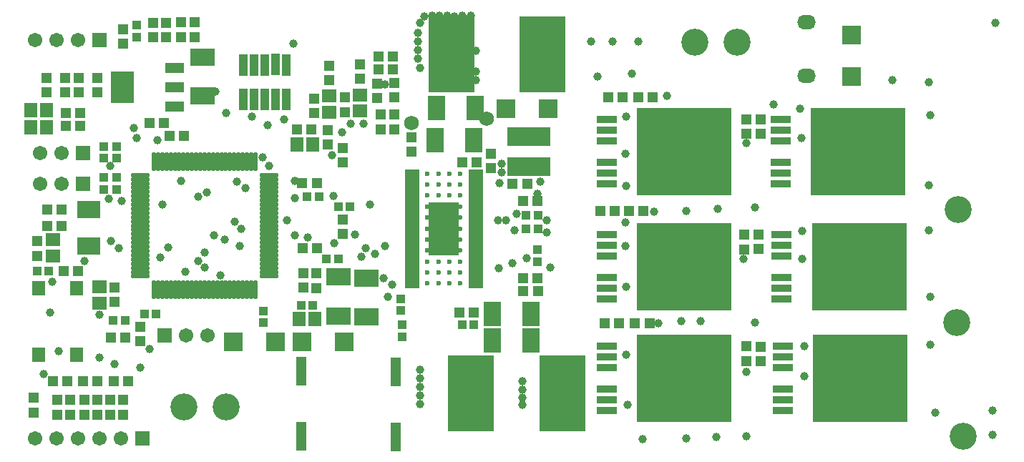
<source format=gts>
G04 Layer_Color=8388736*
%FSLAX25Y25*%
%MOIN*%
G70*
G01*
G75*
%ADD54C,0.02362*%
%ADD64R,0.14213X0.25000*%
%ADD65R,0.09796X0.03753*%
%ADD66R,0.44107X0.40544*%
%ADD67R,0.11430X0.08280*%
%ADD68R,0.04343X0.03950*%
%ADD69R,0.03950X0.04343*%
%ADD70R,0.05131X0.04737*%
%ADD71R,0.08280X0.11430*%
%ADD72R,0.20485X0.08674*%
%ADD73R,0.08674X0.08674*%
%ADD74R,0.04737X0.05131*%
%ADD75R,0.06902X0.01981*%
%ADD76R,0.06706X0.05918*%
%ADD77R,0.05918X0.06706*%
%ADD78R,0.04540X0.13398*%
%ADD79R,0.08674X0.04737*%
%ADD80R,0.10642X0.14579*%
%ADD81R,0.05918X0.06902*%
%ADD82R,0.11036X0.08280*%
%ADD83O,0.01981X0.09068*%
%ADD84O,0.09068X0.01981*%
%ADD85R,0.03950X0.10249*%
%ADD86R,0.21272X0.35249*%
%ADD87R,0.08674X0.08674*%
%ADD88R,0.06706X0.06706*%
%ADD89C,0.06706*%
%ADD90C,0.12611*%
%ADD91O,0.08674X0.06706*%
%ADD92C,0.06800*%
%ADD93C,0.03950*%
D54*
X364591Y303921D02*
D03*
Y319275D02*
D03*
Y314157D02*
D03*
Y309039D02*
D03*
Y298802D02*
D03*
Y293684D02*
D03*
Y288566D02*
D03*
Y283448D02*
D03*
Y278330D02*
D03*
Y273212D02*
D03*
Y268094D02*
D03*
X359472Y319275D02*
D03*
Y314157D02*
D03*
Y309039D02*
D03*
Y303921D02*
D03*
Y298802D02*
D03*
Y293684D02*
D03*
Y288566D02*
D03*
Y283448D02*
D03*
Y278330D02*
D03*
Y273212D02*
D03*
Y268094D02*
D03*
X354354Y319275D02*
D03*
Y314157D02*
D03*
Y309039D02*
D03*
Y303921D02*
D03*
Y298802D02*
D03*
Y293684D02*
D03*
Y288566D02*
D03*
Y283448D02*
D03*
Y278330D02*
D03*
Y273212D02*
D03*
Y268094D02*
D03*
X349236Y319275D02*
D03*
Y314157D02*
D03*
Y309039D02*
D03*
Y303921D02*
D03*
Y298802D02*
D03*
Y293684D02*
D03*
Y288566D02*
D03*
Y283448D02*
D03*
Y278330D02*
D03*
Y273212D02*
D03*
Y268094D02*
D03*
D64*
X357000Y293500D02*
D03*
D65*
X514780Y239000D02*
D03*
Y234000D02*
D03*
Y229000D02*
D03*
Y219000D02*
D03*
Y214000D02*
D03*
Y209000D02*
D03*
X514280Y291000D02*
D03*
Y286000D02*
D03*
Y281000D02*
D03*
Y271000D02*
D03*
Y266000D02*
D03*
Y261000D02*
D03*
X513779Y344500D02*
D03*
Y339500D02*
D03*
Y334500D02*
D03*
Y324500D02*
D03*
Y319500D02*
D03*
Y314500D02*
D03*
X432780Y344500D02*
D03*
Y339500D02*
D03*
Y334500D02*
D03*
Y324500D02*
D03*
Y319500D02*
D03*
Y314500D02*
D03*
Y291000D02*
D03*
Y286000D02*
D03*
Y281000D02*
D03*
Y271000D02*
D03*
Y266000D02*
D03*
Y261000D02*
D03*
Y239000D02*
D03*
Y234000D02*
D03*
Y229000D02*
D03*
Y219000D02*
D03*
Y214000D02*
D03*
Y209000D02*
D03*
D66*
X551000Y224000D02*
D03*
X550500Y276000D02*
D03*
X550000Y329500D02*
D03*
X469000D02*
D03*
Y276000D02*
D03*
Y224000D02*
D03*
D67*
X321000Y270610D02*
D03*
Y252500D02*
D03*
X308000Y253000D02*
D03*
Y271110D02*
D03*
X244500Y373610D02*
D03*
Y355500D02*
D03*
D68*
X337000Y261012D02*
D03*
Y255500D02*
D03*
X337500Y248756D02*
D03*
Y243244D02*
D03*
X400500Y283756D02*
D03*
Y278244D02*
D03*
X273000Y255256D02*
D03*
Y249744D02*
D03*
X204500Y311988D02*
D03*
Y317500D02*
D03*
X198500Y311988D02*
D03*
Y317500D02*
D03*
Y326500D02*
D03*
Y332012D02*
D03*
X204500Y326500D02*
D03*
Y332012D02*
D03*
X214000Y382988D02*
D03*
Y388500D02*
D03*
D69*
X365488Y249000D02*
D03*
X371000D02*
D03*
X395244Y293500D02*
D03*
X400756D02*
D03*
X395244Y300000D02*
D03*
X400756D02*
D03*
X293244Y308500D02*
D03*
X298756D02*
D03*
X313256Y304000D02*
D03*
X307744D02*
D03*
X307756Y279500D02*
D03*
X302244D02*
D03*
X290488Y258000D02*
D03*
X296000D02*
D03*
X217488Y254000D02*
D03*
X223000D02*
D03*
X208488Y251000D02*
D03*
X202976D02*
D03*
X173000Y274000D02*
D03*
X167488D02*
D03*
D70*
X364307Y254500D02*
D03*
X371000D02*
D03*
X394000Y264500D02*
D03*
X400693D02*
D03*
X400500Y270500D02*
D03*
X393807D02*
D03*
X400500Y306500D02*
D03*
X393807D02*
D03*
X395693Y314500D02*
D03*
X389000D02*
D03*
X372193Y324500D02*
D03*
X365500D02*
D03*
X333193Y368000D02*
D03*
X326500D02*
D03*
X333193Y374000D02*
D03*
X326500D02*
D03*
X288500Y340000D02*
D03*
X295193D02*
D03*
X297693Y315000D02*
D03*
X291000D02*
D03*
X298000Y284500D02*
D03*
X291307D02*
D03*
X209988Y222500D02*
D03*
X203295D02*
D03*
X195488D02*
D03*
X188795D02*
D03*
X181681D02*
D03*
X174988D02*
D03*
X201795Y243000D02*
D03*
X208488D02*
D03*
X186500Y274000D02*
D03*
X179807D02*
D03*
X179000Y295000D02*
D03*
X172307D02*
D03*
X187488Y341500D02*
D03*
X180795D02*
D03*
X187488Y347500D02*
D03*
X180795D02*
D03*
X179000Y302500D02*
D03*
X172307D02*
D03*
X236000Y337000D02*
D03*
X229307D02*
D03*
X219807Y343000D02*
D03*
X226500D02*
D03*
X446000Y249500D02*
D03*
X452693D02*
D03*
X431807D02*
D03*
X438500D02*
D03*
X443307Y302000D02*
D03*
X450000D02*
D03*
X436500D02*
D03*
X429807D02*
D03*
X447500Y355000D02*
D03*
X454193D02*
D03*
X433500D02*
D03*
X440193D02*
D03*
D71*
X397500Y241500D02*
D03*
X379390D02*
D03*
X397500Y254000D02*
D03*
X379390D02*
D03*
X371000Y335000D02*
D03*
X352890D02*
D03*
X371500Y350000D02*
D03*
X353390D02*
D03*
D72*
X396500Y322500D02*
D03*
Y336500D02*
D03*
D73*
X405500Y349500D02*
D03*
X386000D02*
D03*
X310500Y241000D02*
D03*
X291000D02*
D03*
X278500D02*
D03*
X259000D02*
D03*
D74*
X379000Y328500D02*
D03*
Y321807D02*
D03*
X342000Y336193D02*
D03*
Y329500D02*
D03*
X334000Y354807D02*
D03*
Y361500D02*
D03*
Y340000D02*
D03*
Y346693D02*
D03*
X327500D02*
D03*
Y340000D02*
D03*
X326000Y354500D02*
D03*
Y361193D02*
D03*
X318000Y363500D02*
D03*
Y370193D02*
D03*
X311000Y354693D02*
D03*
Y348000D02*
D03*
X303500Y362807D02*
D03*
Y369500D02*
D03*
X296500Y354193D02*
D03*
Y347500D02*
D03*
X303000Y339500D02*
D03*
Y332807D02*
D03*
X310000Y324500D02*
D03*
Y331193D02*
D03*
Y298000D02*
D03*
Y291307D02*
D03*
X297500Y272693D02*
D03*
Y266000D02*
D03*
X291500Y273000D02*
D03*
Y266307D02*
D03*
X215500Y241307D02*
D03*
Y248000D02*
D03*
X176988Y207000D02*
D03*
Y213693D02*
D03*
X182988Y207000D02*
D03*
Y213693D02*
D03*
X189488Y207000D02*
D03*
Y213693D02*
D03*
X195488Y207000D02*
D03*
Y213693D02*
D03*
X201488Y207000D02*
D03*
Y213693D02*
D03*
X207488Y207000D02*
D03*
Y213693D02*
D03*
X166000Y208000D02*
D03*
Y214693D02*
D03*
X203500Y266193D02*
D03*
Y259500D02*
D03*
X167500Y281000D02*
D03*
Y287693D02*
D03*
X241000Y383000D02*
D03*
Y389693D02*
D03*
X234500D02*
D03*
Y383000D02*
D03*
X227500Y382807D02*
D03*
Y389500D02*
D03*
X221500Y382807D02*
D03*
Y389500D02*
D03*
X207500Y379807D02*
D03*
Y386500D02*
D03*
X195488Y357307D02*
D03*
Y364000D02*
D03*
X186988D02*
D03*
Y357307D02*
D03*
X180488Y364000D02*
D03*
Y357307D02*
D03*
X171988D02*
D03*
Y364000D02*
D03*
X498000Y238693D02*
D03*
Y232000D02*
D03*
X504500Y231807D02*
D03*
Y238500D02*
D03*
X497000Y290693D02*
D03*
Y284000D02*
D03*
X503500Y284307D02*
D03*
Y291000D02*
D03*
X498000Y344500D02*
D03*
Y337807D02*
D03*
X504500D02*
D03*
Y344500D02*
D03*
D75*
X342236Y320074D02*
D03*
Y318106D02*
D03*
Y316137D02*
D03*
Y314169D02*
D03*
Y312200D02*
D03*
Y310232D02*
D03*
Y308263D02*
D03*
Y306295D02*
D03*
Y304327D02*
D03*
Y302358D02*
D03*
Y300390D02*
D03*
Y298421D02*
D03*
Y296452D02*
D03*
Y294484D02*
D03*
Y292516D02*
D03*
Y290547D02*
D03*
Y288579D02*
D03*
Y286610D02*
D03*
Y284642D02*
D03*
Y282673D02*
D03*
Y280705D02*
D03*
Y278736D02*
D03*
Y276768D02*
D03*
Y274799D02*
D03*
Y272831D02*
D03*
Y270862D02*
D03*
Y268894D02*
D03*
Y266925D02*
D03*
X371764D02*
D03*
X371736Y268894D02*
D03*
X371764Y270862D02*
D03*
Y272831D02*
D03*
Y274799D02*
D03*
Y276768D02*
D03*
Y278736D02*
D03*
Y280705D02*
D03*
Y282673D02*
D03*
Y284642D02*
D03*
Y286610D02*
D03*
Y288579D02*
D03*
Y290547D02*
D03*
Y292516D02*
D03*
Y294484D02*
D03*
Y296453D02*
D03*
Y298421D02*
D03*
Y300390D02*
D03*
Y302358D02*
D03*
Y304327D02*
D03*
Y306295D02*
D03*
Y308264D02*
D03*
Y310232D02*
D03*
Y312201D02*
D03*
Y314169D02*
D03*
Y316138D02*
D03*
Y318106D02*
D03*
Y320075D02*
D03*
D76*
X318000Y348500D02*
D03*
Y355980D02*
D03*
X303500Y348000D02*
D03*
Y355480D02*
D03*
X196500Y259000D02*
D03*
Y266480D02*
D03*
X175000Y288480D02*
D03*
Y281000D02*
D03*
D77*
X296000Y333000D02*
D03*
X288520D02*
D03*
X289500Y251500D02*
D03*
X296980D02*
D03*
X164508Y341000D02*
D03*
X171988D02*
D03*
X164508Y349000D02*
D03*
X171988D02*
D03*
D78*
X334500Y227000D02*
D03*
Y196685D02*
D03*
X290500Y227315D02*
D03*
Y197000D02*
D03*
D79*
X231500Y350445D02*
D03*
Y359500D02*
D03*
Y368555D02*
D03*
D80*
X207090Y359500D02*
D03*
D81*
X168283Y266000D02*
D03*
X186000D02*
D03*
Y234701D02*
D03*
X168283D02*
D03*
D82*
X191500Y285500D02*
D03*
Y302429D02*
D03*
D83*
X221866Y324921D02*
D03*
X223835D02*
D03*
X225803D02*
D03*
X227772D02*
D03*
X229740D02*
D03*
X231709D02*
D03*
X233677D02*
D03*
X235646D02*
D03*
X237614D02*
D03*
X239583D02*
D03*
X241551D02*
D03*
X243520D02*
D03*
X245488D02*
D03*
X247457D02*
D03*
X249425D02*
D03*
X251394D02*
D03*
X253362D02*
D03*
X255331D02*
D03*
X257299D02*
D03*
X259268D02*
D03*
X261236D02*
D03*
X263205D02*
D03*
X265173D02*
D03*
X267142D02*
D03*
X269110D02*
D03*
Y265079D02*
D03*
X267142D02*
D03*
X265173D02*
D03*
X263205D02*
D03*
X261236D02*
D03*
X259268D02*
D03*
X257299D02*
D03*
X255331D02*
D03*
X253362D02*
D03*
X251394D02*
D03*
X249425D02*
D03*
X247457D02*
D03*
X245488D02*
D03*
X243520D02*
D03*
X241551D02*
D03*
X239583D02*
D03*
X237614D02*
D03*
X235646D02*
D03*
X233677D02*
D03*
X231709D02*
D03*
X229740D02*
D03*
X227772D02*
D03*
X225803D02*
D03*
X223835D02*
D03*
X221866D02*
D03*
D84*
X275410Y318622D02*
D03*
Y316653D02*
D03*
Y314685D02*
D03*
Y312717D02*
D03*
Y310748D02*
D03*
Y308780D02*
D03*
Y306811D02*
D03*
Y304842D02*
D03*
Y302874D02*
D03*
Y300905D02*
D03*
Y298937D02*
D03*
Y296969D02*
D03*
Y295000D02*
D03*
Y293032D02*
D03*
Y291063D02*
D03*
Y289094D02*
D03*
Y287126D02*
D03*
Y285157D02*
D03*
Y283189D02*
D03*
Y281221D02*
D03*
Y279252D02*
D03*
Y277284D02*
D03*
Y275315D02*
D03*
Y273346D02*
D03*
Y271378D02*
D03*
X215567D02*
D03*
Y273346D02*
D03*
Y275315D02*
D03*
Y277284D02*
D03*
Y279252D02*
D03*
Y281221D02*
D03*
Y283189D02*
D03*
Y285157D02*
D03*
Y287126D02*
D03*
Y289094D02*
D03*
Y291063D02*
D03*
Y293032D02*
D03*
Y295000D02*
D03*
Y296969D02*
D03*
Y298937D02*
D03*
Y300905D02*
D03*
Y302874D02*
D03*
Y304842D02*
D03*
Y306811D02*
D03*
Y308780D02*
D03*
Y310748D02*
D03*
Y312717D02*
D03*
Y314685D02*
D03*
Y316653D02*
D03*
Y318622D02*
D03*
D85*
X263500Y354000D02*
D03*
Y370000D02*
D03*
X268500Y354000D02*
D03*
Y370000D02*
D03*
X273500Y354000D02*
D03*
Y370000D02*
D03*
X278500Y354000D02*
D03*
Y370200D02*
D03*
X283500Y354000D02*
D03*
Y370000D02*
D03*
D86*
X360480Y375000D02*
D03*
X403000D02*
D03*
X369500Y217000D02*
D03*
X412020D02*
D03*
D87*
X547000Y384000D02*
D03*
Y364500D02*
D03*
D88*
X196500Y381500D02*
D03*
X216500Y196000D02*
D03*
X227000Y244000D02*
D03*
X189000Y329000D02*
D03*
Y314500D02*
D03*
D89*
X186500Y381500D02*
D03*
X176500D02*
D03*
X166500D02*
D03*
Y196000D02*
D03*
X176500D02*
D03*
X186500D02*
D03*
X196500D02*
D03*
X206500D02*
D03*
X247000Y244000D02*
D03*
X237000D02*
D03*
X179000Y329000D02*
D03*
X169000D02*
D03*
X179000Y314500D02*
D03*
X169000D02*
D03*
D90*
X473815Y380500D02*
D03*
X493500D02*
D03*
X255500Y210500D02*
D03*
X235815D02*
D03*
X599000Y197000D02*
D03*
X596000Y250000D02*
D03*
X596500Y302500D02*
D03*
D91*
X526000Y364803D02*
D03*
Y390000D02*
D03*
D92*
X342000Y343000D02*
D03*
X377000Y345000D02*
D03*
D93*
X524000Y279500D02*
D03*
X502000Y250000D02*
D03*
X510500Y351500D02*
D03*
X484500Y303000D02*
D03*
X502000Y303500D02*
D03*
X614000Y389500D02*
D03*
X566000Y363000D02*
D03*
X583000Y362000D02*
D03*
X583500Y346500D02*
D03*
X583000Y314000D02*
D03*
Y293000D02*
D03*
X583500Y262000D02*
D03*
Y239500D02*
D03*
X612500Y197500D02*
D03*
Y209000D02*
D03*
X525000Y225000D02*
D03*
Y239000D02*
D03*
X524000Y292500D02*
D03*
X523500Y336000D02*
D03*
X523000Y349500D02*
D03*
X447500Y381000D02*
D03*
X435500D02*
D03*
X425500D02*
D03*
X428500Y364500D02*
D03*
X444500Y366000D02*
D03*
X442000Y346000D02*
D03*
X441500Y328500D02*
D03*
X442000Y313500D02*
D03*
X441500Y296500D02*
D03*
Y285500D02*
D03*
X442000Y266500D02*
D03*
Y235000D02*
D03*
X442500Y211500D02*
D03*
X449500Y195500D02*
D03*
X470000Y196000D02*
D03*
X484000Y196500D02*
D03*
X498000Y197000D02*
D03*
X287500Y316000D02*
D03*
X250500Y357500D02*
D03*
X346000Y368500D02*
D03*
X305500Y309000D02*
D03*
X201000Y307500D02*
D03*
X287000Y380000D02*
D03*
X329500Y361000D02*
D03*
X260500Y315500D02*
D03*
X223500Y335000D02*
D03*
X226000Y305000D02*
D03*
X207000Y306500D02*
D03*
X225000Y280331D02*
D03*
X173500Y254500D02*
D03*
X331000Y262000D02*
D03*
X228500Y285000D02*
D03*
X177500Y236500D02*
D03*
X170500Y226000D02*
D03*
X189500Y278500D02*
D03*
X196500Y253500D02*
D03*
X215500Y229000D02*
D03*
X196500Y233500D02*
D03*
X305000Y328000D02*
D03*
X287500Y308000D02*
D03*
X319500Y342500D02*
D03*
X476500Y250500D02*
D03*
X406500Y275500D02*
D03*
X345000Y373000D02*
D03*
Y377000D02*
D03*
Y381000D02*
D03*
Y385000D02*
D03*
X346000Y389500D02*
D03*
X348000Y392500D02*
D03*
X351500Y393000D02*
D03*
X355000D02*
D03*
X358500D02*
D03*
X362000Y392500D02*
D03*
X365500Y393000D02*
D03*
X369500D02*
D03*
X402000Y315500D02*
D03*
X383000Y315000D02*
D03*
X386000Y297500D02*
D03*
X390000Y293000D02*
D03*
X389000Y277500D02*
D03*
X391000Y300500D02*
D03*
X382425Y275083D02*
D03*
X382125Y297375D02*
D03*
X384000Y320000D02*
D03*
X393500Y211500D02*
D03*
Y215000D02*
D03*
Y218500D02*
D03*
Y222500D02*
D03*
X346000Y212000D02*
D03*
X384000Y324000D02*
D03*
X400500Y310000D02*
D03*
X220000Y237500D02*
D03*
X586000Y208000D02*
D03*
X346000Y228000D02*
D03*
Y224000D02*
D03*
Y220000D02*
D03*
Y216000D02*
D03*
X372000Y367000D02*
D03*
Y363000D02*
D03*
Y376500D02*
D03*
X467500Y250500D02*
D03*
X405000Y297500D02*
D03*
X470000Y302000D02*
D03*
X405000Y292000D02*
D03*
X395500Y280000D02*
D03*
X498000Y227000D02*
D03*
X457000Y249500D02*
D03*
X461000Y355500D02*
D03*
X455000Y301500D02*
D03*
X496500Y279500D02*
D03*
X498000Y333500D02*
D03*
X313500Y342500D02*
D03*
X284000Y297500D02*
D03*
X309500Y338500D02*
D03*
X287500Y290500D02*
D03*
X306000Y287000D02*
D03*
X293500Y289500D02*
D03*
X174500Y269000D02*
D03*
X255500Y347500D02*
D03*
X282500Y344500D02*
D03*
X272500Y327000D02*
D03*
X275500Y323000D02*
D03*
X264500Y312500D02*
D03*
X267500Y346000D02*
D03*
X275000Y342000D02*
D03*
X329000Y270500D02*
D03*
X253000Y272000D02*
D03*
X245500Y275500D02*
D03*
X236500Y273500D02*
D03*
X234500Y316000D02*
D03*
X320500Y284500D02*
D03*
X246500Y310500D02*
D03*
X329525Y285525D02*
D03*
X325000Y282000D02*
D03*
X318500Y280500D02*
D03*
X333000Y267500D02*
D03*
X315500Y291000D02*
D03*
X242500Y308500D02*
D03*
X212500Y340500D02*
D03*
X255000Y288500D02*
D03*
X250000Y290500D02*
D03*
X322500Y305000D02*
D03*
X242551Y278551D02*
D03*
X245500Y282500D02*
D03*
X203500Y230500D02*
D03*
X259500Y297000D02*
D03*
X262500Y293500D02*
D03*
X205500Y284500D02*
D03*
X202000Y288000D02*
D03*
X262000Y285500D02*
D03*
X214000Y336000D02*
D03*
X201500Y323000D02*
D03*
M02*

</source>
